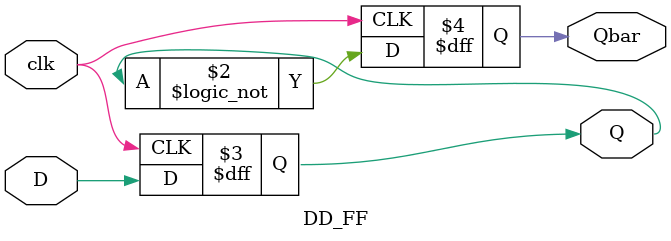
<source format=v>
`timescale 1s / 1ns



module DD_FF(
    input clk,
    input D,
    output reg Q,
    output reg Qbar
);

always @ (posedge clk)
begin 
Q <= D;
Qbar <= !Q;
end 

endmodule
</source>
